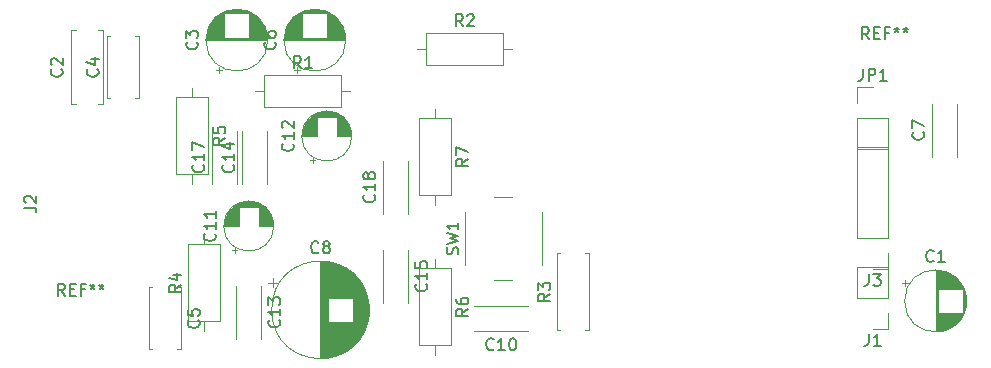
<source format=gbr>
%TF.GenerationSoftware,KiCad,Pcbnew,5.1.6-c6e7f7d~87~ubuntu20.04.1*%
%TF.CreationDate,2021-01-23T09:42:22-03:00*%
%TF.ProjectId,Modulo-completo,4d6f6475-6c6f-42d6-936f-6d706c65746f,rev?*%
%TF.SameCoordinates,Original*%
%TF.FileFunction,Legend,Top*%
%TF.FilePolarity,Positive*%
%FSLAX46Y46*%
G04 Gerber Fmt 4.6, Leading zero omitted, Abs format (unit mm)*
G04 Created by KiCad (PCBNEW 5.1.6-c6e7f7d~87~ubuntu20.04.1) date 2021-01-23 09:42:22*
%MOMM*%
%LPD*%
G01*
G04 APERTURE LIST*
%ADD10C,0.120000*%
%ADD11C,0.150000*%
G04 APERTURE END LIST*
D10*
%TO.C,J1*%
X101914000Y-140910000D02*
X99254000Y-140910000D01*
X101914000Y-143510000D02*
X101914000Y-140910000D01*
X99254000Y-143510000D02*
X99254000Y-140910000D01*
X101914000Y-143510000D02*
X99254000Y-143510000D01*
X101914000Y-144780000D02*
X101914000Y-146110000D01*
X101914000Y-146110000D02*
X100584000Y-146110000D01*
%TO.C,C8*%
X49810302Y-141811000D02*
X49810302Y-142611000D01*
X49410302Y-142211000D02*
X50210302Y-142211000D01*
X57901000Y-143993000D02*
X57901000Y-145059000D01*
X57861000Y-143758000D02*
X57861000Y-145294000D01*
X57821000Y-143578000D02*
X57821000Y-145474000D01*
X57781000Y-143428000D02*
X57781000Y-145624000D01*
X57741000Y-143297000D02*
X57741000Y-145755000D01*
X57701000Y-143180000D02*
X57701000Y-145872000D01*
X57661000Y-143073000D02*
X57661000Y-145979000D01*
X57621000Y-142974000D02*
X57621000Y-146078000D01*
X57581000Y-142881000D02*
X57581000Y-146171000D01*
X57541000Y-142795000D02*
X57541000Y-146257000D01*
X57501000Y-142713000D02*
X57501000Y-146339000D01*
X57461000Y-142636000D02*
X57461000Y-146416000D01*
X57421000Y-142562000D02*
X57421000Y-146490000D01*
X57381000Y-142492000D02*
X57381000Y-146560000D01*
X57341000Y-142424000D02*
X57341000Y-146628000D01*
X57301000Y-142360000D02*
X57301000Y-146692000D01*
X57261000Y-142298000D02*
X57261000Y-146754000D01*
X57221000Y-142239000D02*
X57221000Y-146813000D01*
X57181000Y-142181000D02*
X57181000Y-146871000D01*
X57141000Y-142126000D02*
X57141000Y-146926000D01*
X57101000Y-142072000D02*
X57101000Y-146980000D01*
X57061000Y-142021000D02*
X57061000Y-147031000D01*
X57021000Y-141970000D02*
X57021000Y-147082000D01*
X56981000Y-141922000D02*
X56981000Y-147130000D01*
X56941000Y-141875000D02*
X56941000Y-147177000D01*
X56901000Y-141829000D02*
X56901000Y-147223000D01*
X56861000Y-141785000D02*
X56861000Y-147267000D01*
X56821000Y-141742000D02*
X56821000Y-147310000D01*
X56781000Y-141700000D02*
X56781000Y-147352000D01*
X56741000Y-141659000D02*
X56741000Y-147393000D01*
X56701000Y-141619000D02*
X56701000Y-147433000D01*
X56661000Y-141581000D02*
X56661000Y-147471000D01*
X56621000Y-141543000D02*
X56621000Y-147509000D01*
X56581000Y-145566000D02*
X56581000Y-147545000D01*
X56581000Y-141507000D02*
X56581000Y-143486000D01*
X56541000Y-145566000D02*
X56541000Y-147581000D01*
X56541000Y-141471000D02*
X56541000Y-143486000D01*
X56501000Y-145566000D02*
X56501000Y-147616000D01*
X56501000Y-141436000D02*
X56501000Y-143486000D01*
X56461000Y-145566000D02*
X56461000Y-147650000D01*
X56461000Y-141402000D02*
X56461000Y-143486000D01*
X56421000Y-145566000D02*
X56421000Y-147682000D01*
X56421000Y-141370000D02*
X56421000Y-143486000D01*
X56381000Y-145566000D02*
X56381000Y-147715000D01*
X56381000Y-141337000D02*
X56381000Y-143486000D01*
X56341000Y-145566000D02*
X56341000Y-147746000D01*
X56341000Y-141306000D02*
X56341000Y-143486000D01*
X56301000Y-145566000D02*
X56301000Y-147776000D01*
X56301000Y-141276000D02*
X56301000Y-143486000D01*
X56261000Y-145566000D02*
X56261000Y-147806000D01*
X56261000Y-141246000D02*
X56261000Y-143486000D01*
X56221000Y-145566000D02*
X56221000Y-147835000D01*
X56221000Y-141217000D02*
X56221000Y-143486000D01*
X56181000Y-145566000D02*
X56181000Y-147864000D01*
X56181000Y-141188000D02*
X56181000Y-143486000D01*
X56141000Y-145566000D02*
X56141000Y-147891000D01*
X56141000Y-141161000D02*
X56141000Y-143486000D01*
X56101000Y-145566000D02*
X56101000Y-147918000D01*
X56101000Y-141134000D02*
X56101000Y-143486000D01*
X56061000Y-145566000D02*
X56061000Y-147944000D01*
X56061000Y-141108000D02*
X56061000Y-143486000D01*
X56021000Y-145566000D02*
X56021000Y-147970000D01*
X56021000Y-141082000D02*
X56021000Y-143486000D01*
X55981000Y-145566000D02*
X55981000Y-147995000D01*
X55981000Y-141057000D02*
X55981000Y-143486000D01*
X55941000Y-145566000D02*
X55941000Y-148019000D01*
X55941000Y-141033000D02*
X55941000Y-143486000D01*
X55901000Y-145566000D02*
X55901000Y-148043000D01*
X55901000Y-141009000D02*
X55901000Y-143486000D01*
X55861000Y-145566000D02*
X55861000Y-148066000D01*
X55861000Y-140986000D02*
X55861000Y-143486000D01*
X55821000Y-145566000D02*
X55821000Y-148088000D01*
X55821000Y-140964000D02*
X55821000Y-143486000D01*
X55781000Y-145566000D02*
X55781000Y-148110000D01*
X55781000Y-140942000D02*
X55781000Y-143486000D01*
X55741000Y-145566000D02*
X55741000Y-148132000D01*
X55741000Y-140920000D02*
X55741000Y-143486000D01*
X55701000Y-145566000D02*
X55701000Y-148153000D01*
X55701000Y-140899000D02*
X55701000Y-143486000D01*
X55661000Y-145566000D02*
X55661000Y-148173000D01*
X55661000Y-140879000D02*
X55661000Y-143486000D01*
X55621000Y-145566000D02*
X55621000Y-148192000D01*
X55621000Y-140860000D02*
X55621000Y-143486000D01*
X55581000Y-145566000D02*
X55581000Y-148212000D01*
X55581000Y-140840000D02*
X55581000Y-143486000D01*
X55541000Y-145566000D02*
X55541000Y-148230000D01*
X55541000Y-140822000D02*
X55541000Y-143486000D01*
X55501000Y-145566000D02*
X55501000Y-148248000D01*
X55501000Y-140804000D02*
X55501000Y-143486000D01*
X55461000Y-145566000D02*
X55461000Y-148266000D01*
X55461000Y-140786000D02*
X55461000Y-143486000D01*
X55421000Y-145566000D02*
X55421000Y-148283000D01*
X55421000Y-140769000D02*
X55421000Y-143486000D01*
X55381000Y-145566000D02*
X55381000Y-148300000D01*
X55381000Y-140752000D02*
X55381000Y-143486000D01*
X55341000Y-145566000D02*
X55341000Y-148316000D01*
X55341000Y-140736000D02*
X55341000Y-143486000D01*
X55301000Y-145566000D02*
X55301000Y-148331000D01*
X55301000Y-140721000D02*
X55301000Y-143486000D01*
X55261000Y-145566000D02*
X55261000Y-148347000D01*
X55261000Y-140705000D02*
X55261000Y-143486000D01*
X55221000Y-145566000D02*
X55221000Y-148361000D01*
X55221000Y-140691000D02*
X55221000Y-143486000D01*
X55181000Y-145566000D02*
X55181000Y-148376000D01*
X55181000Y-140676000D02*
X55181000Y-143486000D01*
X55141000Y-145566000D02*
X55141000Y-148389000D01*
X55141000Y-140663000D02*
X55141000Y-143486000D01*
X55101000Y-145566000D02*
X55101000Y-148403000D01*
X55101000Y-140649000D02*
X55101000Y-143486000D01*
X55061000Y-145566000D02*
X55061000Y-148415000D01*
X55061000Y-140637000D02*
X55061000Y-143486000D01*
X55021000Y-145566000D02*
X55021000Y-148428000D01*
X55021000Y-140624000D02*
X55021000Y-143486000D01*
X54981000Y-145566000D02*
X54981000Y-148440000D01*
X54981000Y-140612000D02*
X54981000Y-143486000D01*
X54941000Y-145566000D02*
X54941000Y-148451000D01*
X54941000Y-140601000D02*
X54941000Y-143486000D01*
X54901000Y-145566000D02*
X54901000Y-148462000D01*
X54901000Y-140590000D02*
X54901000Y-143486000D01*
X54861000Y-145566000D02*
X54861000Y-148473000D01*
X54861000Y-140579000D02*
X54861000Y-143486000D01*
X54821000Y-145566000D02*
X54821000Y-148483000D01*
X54821000Y-140569000D02*
X54821000Y-143486000D01*
X54781000Y-145566000D02*
X54781000Y-148493000D01*
X54781000Y-140559000D02*
X54781000Y-143486000D01*
X54741000Y-145566000D02*
X54741000Y-148502000D01*
X54741000Y-140550000D02*
X54741000Y-143486000D01*
X54701000Y-145566000D02*
X54701000Y-148511000D01*
X54701000Y-140541000D02*
X54701000Y-143486000D01*
X54661000Y-145566000D02*
X54661000Y-148520000D01*
X54661000Y-140532000D02*
X54661000Y-143486000D01*
X54621000Y-145566000D02*
X54621000Y-148528000D01*
X54621000Y-140524000D02*
X54621000Y-143486000D01*
X54581000Y-145566000D02*
X54581000Y-148536000D01*
X54581000Y-140516000D02*
X54581000Y-143486000D01*
X54541000Y-145566000D02*
X54541000Y-148543000D01*
X54541000Y-140509000D02*
X54541000Y-143486000D01*
X54500000Y-140502000D02*
X54500000Y-148550000D01*
X54460000Y-140496000D02*
X54460000Y-148556000D01*
X54420000Y-140489000D02*
X54420000Y-148563000D01*
X54380000Y-140484000D02*
X54380000Y-148568000D01*
X54340000Y-140478000D02*
X54340000Y-148574000D01*
X54300000Y-140474000D02*
X54300000Y-148578000D01*
X54260000Y-140469000D02*
X54260000Y-148583000D01*
X54220000Y-140465000D02*
X54220000Y-148587000D01*
X54180000Y-140461000D02*
X54180000Y-148591000D01*
X54140000Y-140458000D02*
X54140000Y-148594000D01*
X54100000Y-140455000D02*
X54100000Y-148597000D01*
X54060000Y-140452000D02*
X54060000Y-148600000D01*
X54020000Y-140450000D02*
X54020000Y-148602000D01*
X53980000Y-140449000D02*
X53980000Y-148603000D01*
X53940000Y-140447000D02*
X53940000Y-148605000D01*
X53900000Y-140446000D02*
X53900000Y-148606000D01*
X53860000Y-140446000D02*
X53860000Y-148606000D01*
X53820000Y-140446000D02*
X53820000Y-148606000D01*
X57940000Y-144526000D02*
G75*
G03*
X57940000Y-144526000I-4120000J0D01*
G01*
%TO.C,C2*%
X34961000Y-120872000D02*
X35406000Y-120872000D01*
X32666000Y-120872000D02*
X33111000Y-120872000D01*
X34961000Y-127112000D02*
X35406000Y-127112000D01*
X32666000Y-127112000D02*
X33111000Y-127112000D01*
X35406000Y-127112000D02*
X35406000Y-120872000D01*
X32666000Y-127112000D02*
X32666000Y-120872000D01*
%TO.C,C1*%
X103343225Y-142039000D02*
X103343225Y-142539000D01*
X103093225Y-142289000D02*
X103593225Y-142289000D01*
X108499000Y-143480000D02*
X108499000Y-144048000D01*
X108459000Y-143246000D02*
X108459000Y-144282000D01*
X108419000Y-143087000D02*
X108419000Y-144441000D01*
X108379000Y-142959000D02*
X108379000Y-144569000D01*
X108339000Y-142849000D02*
X108339000Y-144679000D01*
X108299000Y-142753000D02*
X108299000Y-144775000D01*
X108259000Y-142666000D02*
X108259000Y-144862000D01*
X108219000Y-142586000D02*
X108219000Y-144942000D01*
X108179000Y-144804000D02*
X108179000Y-145015000D01*
X108179000Y-142513000D02*
X108179000Y-142724000D01*
X108139000Y-144804000D02*
X108139000Y-145083000D01*
X108139000Y-142445000D02*
X108139000Y-142724000D01*
X108099000Y-144804000D02*
X108099000Y-145147000D01*
X108099000Y-142381000D02*
X108099000Y-142724000D01*
X108059000Y-144804000D02*
X108059000Y-145207000D01*
X108059000Y-142321000D02*
X108059000Y-142724000D01*
X108019000Y-144804000D02*
X108019000Y-145264000D01*
X108019000Y-142264000D02*
X108019000Y-142724000D01*
X107979000Y-144804000D02*
X107979000Y-145318000D01*
X107979000Y-142210000D02*
X107979000Y-142724000D01*
X107939000Y-144804000D02*
X107939000Y-145369000D01*
X107939000Y-142159000D02*
X107939000Y-142724000D01*
X107899000Y-144804000D02*
X107899000Y-145417000D01*
X107899000Y-142111000D02*
X107899000Y-142724000D01*
X107859000Y-144804000D02*
X107859000Y-145463000D01*
X107859000Y-142065000D02*
X107859000Y-142724000D01*
X107819000Y-144804000D02*
X107819000Y-145507000D01*
X107819000Y-142021000D02*
X107819000Y-142724000D01*
X107779000Y-144804000D02*
X107779000Y-145549000D01*
X107779000Y-141979000D02*
X107779000Y-142724000D01*
X107739000Y-144804000D02*
X107739000Y-145590000D01*
X107739000Y-141938000D02*
X107739000Y-142724000D01*
X107699000Y-144804000D02*
X107699000Y-145628000D01*
X107699000Y-141900000D02*
X107699000Y-142724000D01*
X107659000Y-144804000D02*
X107659000Y-145665000D01*
X107659000Y-141863000D02*
X107659000Y-142724000D01*
X107619000Y-144804000D02*
X107619000Y-145701000D01*
X107619000Y-141827000D02*
X107619000Y-142724000D01*
X107579000Y-144804000D02*
X107579000Y-145735000D01*
X107579000Y-141793000D02*
X107579000Y-142724000D01*
X107539000Y-144804000D02*
X107539000Y-145768000D01*
X107539000Y-141760000D02*
X107539000Y-142724000D01*
X107499000Y-144804000D02*
X107499000Y-145799000D01*
X107499000Y-141729000D02*
X107499000Y-142724000D01*
X107459000Y-144804000D02*
X107459000Y-145829000D01*
X107459000Y-141699000D02*
X107459000Y-142724000D01*
X107419000Y-144804000D02*
X107419000Y-145859000D01*
X107419000Y-141669000D02*
X107419000Y-142724000D01*
X107379000Y-144804000D02*
X107379000Y-145886000D01*
X107379000Y-141642000D02*
X107379000Y-142724000D01*
X107339000Y-144804000D02*
X107339000Y-145913000D01*
X107339000Y-141615000D02*
X107339000Y-142724000D01*
X107299000Y-144804000D02*
X107299000Y-145939000D01*
X107299000Y-141589000D02*
X107299000Y-142724000D01*
X107259000Y-144804000D02*
X107259000Y-145964000D01*
X107259000Y-141564000D02*
X107259000Y-142724000D01*
X107219000Y-144804000D02*
X107219000Y-145988000D01*
X107219000Y-141540000D02*
X107219000Y-142724000D01*
X107179000Y-144804000D02*
X107179000Y-146011000D01*
X107179000Y-141517000D02*
X107179000Y-142724000D01*
X107139000Y-144804000D02*
X107139000Y-146032000D01*
X107139000Y-141496000D02*
X107139000Y-142724000D01*
X107099000Y-144804000D02*
X107099000Y-146054000D01*
X107099000Y-141474000D02*
X107099000Y-142724000D01*
X107059000Y-144804000D02*
X107059000Y-146074000D01*
X107059000Y-141454000D02*
X107059000Y-142724000D01*
X107019000Y-144804000D02*
X107019000Y-146093000D01*
X107019000Y-141435000D02*
X107019000Y-142724000D01*
X106979000Y-144804000D02*
X106979000Y-146112000D01*
X106979000Y-141416000D02*
X106979000Y-142724000D01*
X106939000Y-144804000D02*
X106939000Y-146129000D01*
X106939000Y-141399000D02*
X106939000Y-142724000D01*
X106899000Y-144804000D02*
X106899000Y-146146000D01*
X106899000Y-141382000D02*
X106899000Y-142724000D01*
X106859000Y-144804000D02*
X106859000Y-146162000D01*
X106859000Y-141366000D02*
X106859000Y-142724000D01*
X106819000Y-144804000D02*
X106819000Y-146178000D01*
X106819000Y-141350000D02*
X106819000Y-142724000D01*
X106779000Y-144804000D02*
X106779000Y-146192000D01*
X106779000Y-141336000D02*
X106779000Y-142724000D01*
X106739000Y-144804000D02*
X106739000Y-146206000D01*
X106739000Y-141322000D02*
X106739000Y-142724000D01*
X106699000Y-144804000D02*
X106699000Y-146219000D01*
X106699000Y-141309000D02*
X106699000Y-142724000D01*
X106659000Y-144804000D02*
X106659000Y-146232000D01*
X106659000Y-141296000D02*
X106659000Y-142724000D01*
X106619000Y-144804000D02*
X106619000Y-146244000D01*
X106619000Y-141284000D02*
X106619000Y-142724000D01*
X106578000Y-144804000D02*
X106578000Y-146255000D01*
X106578000Y-141273000D02*
X106578000Y-142724000D01*
X106538000Y-144804000D02*
X106538000Y-146265000D01*
X106538000Y-141263000D02*
X106538000Y-142724000D01*
X106498000Y-144804000D02*
X106498000Y-146275000D01*
X106498000Y-141253000D02*
X106498000Y-142724000D01*
X106458000Y-144804000D02*
X106458000Y-146284000D01*
X106458000Y-141244000D02*
X106458000Y-142724000D01*
X106418000Y-144804000D02*
X106418000Y-146292000D01*
X106418000Y-141236000D02*
X106418000Y-142724000D01*
X106378000Y-144804000D02*
X106378000Y-146300000D01*
X106378000Y-141228000D02*
X106378000Y-142724000D01*
X106338000Y-144804000D02*
X106338000Y-146307000D01*
X106338000Y-141221000D02*
X106338000Y-142724000D01*
X106298000Y-144804000D02*
X106298000Y-146314000D01*
X106298000Y-141214000D02*
X106298000Y-142724000D01*
X106258000Y-144804000D02*
X106258000Y-146320000D01*
X106258000Y-141208000D02*
X106258000Y-142724000D01*
X106218000Y-144804000D02*
X106218000Y-146325000D01*
X106218000Y-141203000D02*
X106218000Y-142724000D01*
X106178000Y-144804000D02*
X106178000Y-146329000D01*
X106178000Y-141199000D02*
X106178000Y-142724000D01*
X106138000Y-144804000D02*
X106138000Y-146333000D01*
X106138000Y-141195000D02*
X106138000Y-142724000D01*
X106098000Y-141191000D02*
X106098000Y-146337000D01*
X106058000Y-141188000D02*
X106058000Y-146340000D01*
X106018000Y-141186000D02*
X106018000Y-146342000D01*
X105978000Y-141185000D02*
X105978000Y-146343000D01*
X105938000Y-141184000D02*
X105938000Y-146344000D01*
X105898000Y-141184000D02*
X105898000Y-146344000D01*
X108518000Y-143764000D02*
G75*
G03*
X108518000Y-143764000I-2620000J0D01*
G01*
%TO.C,J3*%
X101914000Y-130750000D02*
X99254000Y-130750000D01*
X101914000Y-138430000D02*
X101914000Y-130750000D01*
X99254000Y-138430000D02*
X99254000Y-130750000D01*
X101914000Y-138430000D02*
X99254000Y-138430000D01*
X101914000Y-139700000D02*
X101914000Y-141030000D01*
X101914000Y-141030000D02*
X100584000Y-141030000D01*
%TO.C,R7*%
X64870000Y-128302000D02*
X62130000Y-128302000D01*
X62130000Y-128302000D02*
X62130000Y-134842000D01*
X62130000Y-134842000D02*
X64870000Y-134842000D01*
X64870000Y-134842000D02*
X64870000Y-128302000D01*
X63500000Y-127532000D02*
X63500000Y-128302000D01*
X63500000Y-135612000D02*
X63500000Y-134842000D01*
%TO.C,R6*%
X64870000Y-141002000D02*
X62130000Y-141002000D01*
X62130000Y-141002000D02*
X62130000Y-147542000D01*
X62130000Y-147542000D02*
X64870000Y-147542000D01*
X64870000Y-147542000D02*
X64870000Y-141002000D01*
X63500000Y-140232000D02*
X63500000Y-141002000D01*
X63500000Y-148312000D02*
X63500000Y-147542000D01*
%TO.C,R5*%
X44296000Y-126524000D02*
X41556000Y-126524000D01*
X41556000Y-126524000D02*
X41556000Y-133064000D01*
X41556000Y-133064000D02*
X44296000Y-133064000D01*
X44296000Y-133064000D02*
X44296000Y-126524000D01*
X42926000Y-125754000D02*
X42926000Y-126524000D01*
X42926000Y-133834000D02*
X42926000Y-133064000D01*
%TO.C,R4*%
X42572000Y-145510000D02*
X45312000Y-145510000D01*
X45312000Y-145510000D02*
X45312000Y-138970000D01*
X45312000Y-138970000D02*
X42572000Y-138970000D01*
X42572000Y-138970000D02*
X42572000Y-145510000D01*
X43942000Y-146280000D02*
X43942000Y-145510000D01*
X43942000Y-138200000D02*
X43942000Y-138970000D01*
%TO.C,C18*%
X59128000Y-136422000D02*
X59128000Y-131882000D01*
X61268000Y-136422000D02*
X61268000Y-131882000D01*
X59128000Y-136422000D02*
X59143000Y-136422000D01*
X61253000Y-136422000D02*
X61268000Y-136422000D01*
X59128000Y-131882000D02*
X59143000Y-131882000D01*
X61253000Y-131882000D02*
X61268000Y-131882000D01*
%TO.C,C17*%
X44650000Y-133882000D02*
X44650000Y-129342000D01*
X46790000Y-133882000D02*
X46790000Y-129342000D01*
X44650000Y-133882000D02*
X44665000Y-133882000D01*
X46775000Y-133882000D02*
X46790000Y-133882000D01*
X44650000Y-129342000D02*
X44665000Y-129342000D01*
X46775000Y-129342000D02*
X46790000Y-129342000D01*
%TO.C,C15*%
X61268000Y-139422000D02*
X61268000Y-143962000D01*
X59128000Y-139422000D02*
X59128000Y-143962000D01*
X61268000Y-139422000D02*
X61253000Y-139422000D01*
X59143000Y-139422000D02*
X59128000Y-139422000D01*
X61268000Y-143962000D02*
X61253000Y-143962000D01*
X59143000Y-143962000D02*
X59128000Y-143962000D01*
%TO.C,C14*%
X47190000Y-133882000D02*
X47190000Y-129342000D01*
X49330000Y-133882000D02*
X49330000Y-129342000D01*
X47190000Y-133882000D02*
X47205000Y-133882000D01*
X49315000Y-133882000D02*
X49330000Y-133882000D01*
X47190000Y-129342000D02*
X47205000Y-129342000D01*
X49315000Y-129342000D02*
X49330000Y-129342000D01*
%TO.C,C13*%
X48822000Y-142470000D02*
X48822000Y-147010000D01*
X46682000Y-142470000D02*
X46682000Y-147010000D01*
X48822000Y-142470000D02*
X48807000Y-142470000D01*
X46697000Y-142470000D02*
X46682000Y-142470000D01*
X48822000Y-147010000D02*
X48807000Y-147010000D01*
X46697000Y-147010000D02*
X46682000Y-147010000D01*
%TO.C,C12*%
X56476000Y-129806000D02*
G75*
G03*
X56476000Y-129806000I-2120000J0D01*
G01*
X55196000Y-129806000D02*
X56436000Y-129806000D01*
X52276000Y-129806000D02*
X53516000Y-129806000D01*
X55196000Y-129766000D02*
X56436000Y-129766000D01*
X52276000Y-129766000D02*
X53516000Y-129766000D01*
X55196000Y-129726000D02*
X56435000Y-129726000D01*
X52277000Y-129726000D02*
X53516000Y-129726000D01*
X52279000Y-129686000D02*
X53516000Y-129686000D01*
X55196000Y-129686000D02*
X56433000Y-129686000D01*
X52282000Y-129646000D02*
X53516000Y-129646000D01*
X55196000Y-129646000D02*
X56430000Y-129646000D01*
X52285000Y-129606000D02*
X53516000Y-129606000D01*
X55196000Y-129606000D02*
X56427000Y-129606000D01*
X52289000Y-129566000D02*
X53516000Y-129566000D01*
X55196000Y-129566000D02*
X56423000Y-129566000D01*
X52294000Y-129526000D02*
X53516000Y-129526000D01*
X55196000Y-129526000D02*
X56418000Y-129526000D01*
X52300000Y-129486000D02*
X53516000Y-129486000D01*
X55196000Y-129486000D02*
X56412000Y-129486000D01*
X52306000Y-129446000D02*
X53516000Y-129446000D01*
X55196000Y-129446000D02*
X56406000Y-129446000D01*
X52314000Y-129406000D02*
X53516000Y-129406000D01*
X55196000Y-129406000D02*
X56398000Y-129406000D01*
X52322000Y-129366000D02*
X53516000Y-129366000D01*
X55196000Y-129366000D02*
X56390000Y-129366000D01*
X52331000Y-129326000D02*
X53516000Y-129326000D01*
X55196000Y-129326000D02*
X56381000Y-129326000D01*
X52340000Y-129286000D02*
X53516000Y-129286000D01*
X55196000Y-129286000D02*
X56372000Y-129286000D01*
X52351000Y-129246000D02*
X53516000Y-129246000D01*
X55196000Y-129246000D02*
X56361000Y-129246000D01*
X52362000Y-129206000D02*
X53516000Y-129206000D01*
X55196000Y-129206000D02*
X56350000Y-129206000D01*
X52374000Y-129166000D02*
X53516000Y-129166000D01*
X55196000Y-129166000D02*
X56338000Y-129166000D01*
X52388000Y-129126000D02*
X53516000Y-129126000D01*
X55196000Y-129126000D02*
X56324000Y-129126000D01*
X52402000Y-129085000D02*
X53516000Y-129085000D01*
X55196000Y-129085000D02*
X56310000Y-129085000D01*
X52416000Y-129045000D02*
X53516000Y-129045000D01*
X55196000Y-129045000D02*
X56296000Y-129045000D01*
X52432000Y-129005000D02*
X53516000Y-129005000D01*
X55196000Y-129005000D02*
X56280000Y-129005000D01*
X52449000Y-128965000D02*
X53516000Y-128965000D01*
X55196000Y-128965000D02*
X56263000Y-128965000D01*
X52467000Y-128925000D02*
X53516000Y-128925000D01*
X55196000Y-128925000D02*
X56245000Y-128925000D01*
X52486000Y-128885000D02*
X53516000Y-128885000D01*
X55196000Y-128885000D02*
X56226000Y-128885000D01*
X52505000Y-128845000D02*
X53516000Y-128845000D01*
X55196000Y-128845000D02*
X56207000Y-128845000D01*
X52526000Y-128805000D02*
X53516000Y-128805000D01*
X55196000Y-128805000D02*
X56186000Y-128805000D01*
X52548000Y-128765000D02*
X53516000Y-128765000D01*
X55196000Y-128765000D02*
X56164000Y-128765000D01*
X52571000Y-128725000D02*
X53516000Y-128725000D01*
X55196000Y-128725000D02*
X56141000Y-128725000D01*
X52596000Y-128685000D02*
X53516000Y-128685000D01*
X55196000Y-128685000D02*
X56116000Y-128685000D01*
X52621000Y-128645000D02*
X53516000Y-128645000D01*
X55196000Y-128645000D02*
X56091000Y-128645000D01*
X52648000Y-128605000D02*
X53516000Y-128605000D01*
X55196000Y-128605000D02*
X56064000Y-128605000D01*
X52676000Y-128565000D02*
X53516000Y-128565000D01*
X55196000Y-128565000D02*
X56036000Y-128565000D01*
X52706000Y-128525000D02*
X53516000Y-128525000D01*
X55196000Y-128525000D02*
X56006000Y-128525000D01*
X52737000Y-128485000D02*
X53516000Y-128485000D01*
X55196000Y-128485000D02*
X55975000Y-128485000D01*
X52769000Y-128445000D02*
X53516000Y-128445000D01*
X55196000Y-128445000D02*
X55943000Y-128445000D01*
X52804000Y-128405000D02*
X53516000Y-128405000D01*
X55196000Y-128405000D02*
X55908000Y-128405000D01*
X52840000Y-128365000D02*
X53516000Y-128365000D01*
X55196000Y-128365000D02*
X55872000Y-128365000D01*
X52878000Y-128325000D02*
X53516000Y-128325000D01*
X55196000Y-128325000D02*
X55834000Y-128325000D01*
X52918000Y-128285000D02*
X53516000Y-128285000D01*
X55196000Y-128285000D02*
X55794000Y-128285000D01*
X52960000Y-128245000D02*
X53516000Y-128245000D01*
X55196000Y-128245000D02*
X55752000Y-128245000D01*
X53005000Y-128205000D02*
X55707000Y-128205000D01*
X53052000Y-128165000D02*
X55660000Y-128165000D01*
X53102000Y-128125000D02*
X55610000Y-128125000D01*
X53156000Y-128085000D02*
X55556000Y-128085000D01*
X53214000Y-128045000D02*
X55498000Y-128045000D01*
X53276000Y-128005000D02*
X55436000Y-128005000D01*
X53343000Y-127965000D02*
X55369000Y-127965000D01*
X53416000Y-127925000D02*
X55296000Y-127925000D01*
X53497000Y-127885000D02*
X55215000Y-127885000D01*
X53588000Y-127845000D02*
X55124000Y-127845000D01*
X53692000Y-127805000D02*
X55020000Y-127805000D01*
X53819000Y-127765000D02*
X54893000Y-127765000D01*
X53986000Y-127725000D02*
X54726000Y-127725000D01*
X53161000Y-132075801D02*
X53161000Y-131675801D01*
X52961000Y-131875801D02*
X53361000Y-131875801D01*
%TO.C,C11*%
X49872000Y-137426000D02*
G75*
G03*
X49872000Y-137426000I-2120000J0D01*
G01*
X48592000Y-137426000D02*
X49832000Y-137426000D01*
X45672000Y-137426000D02*
X46912000Y-137426000D01*
X48592000Y-137386000D02*
X49832000Y-137386000D01*
X45672000Y-137386000D02*
X46912000Y-137386000D01*
X48592000Y-137346000D02*
X49831000Y-137346000D01*
X45673000Y-137346000D02*
X46912000Y-137346000D01*
X45675000Y-137306000D02*
X46912000Y-137306000D01*
X48592000Y-137306000D02*
X49829000Y-137306000D01*
X45678000Y-137266000D02*
X46912000Y-137266000D01*
X48592000Y-137266000D02*
X49826000Y-137266000D01*
X45681000Y-137226000D02*
X46912000Y-137226000D01*
X48592000Y-137226000D02*
X49823000Y-137226000D01*
X45685000Y-137186000D02*
X46912000Y-137186000D01*
X48592000Y-137186000D02*
X49819000Y-137186000D01*
X45690000Y-137146000D02*
X46912000Y-137146000D01*
X48592000Y-137146000D02*
X49814000Y-137146000D01*
X45696000Y-137106000D02*
X46912000Y-137106000D01*
X48592000Y-137106000D02*
X49808000Y-137106000D01*
X45702000Y-137066000D02*
X46912000Y-137066000D01*
X48592000Y-137066000D02*
X49802000Y-137066000D01*
X45710000Y-137026000D02*
X46912000Y-137026000D01*
X48592000Y-137026000D02*
X49794000Y-137026000D01*
X45718000Y-136986000D02*
X46912000Y-136986000D01*
X48592000Y-136986000D02*
X49786000Y-136986000D01*
X45727000Y-136946000D02*
X46912000Y-136946000D01*
X48592000Y-136946000D02*
X49777000Y-136946000D01*
X45736000Y-136906000D02*
X46912000Y-136906000D01*
X48592000Y-136906000D02*
X49768000Y-136906000D01*
X45747000Y-136866000D02*
X46912000Y-136866000D01*
X48592000Y-136866000D02*
X49757000Y-136866000D01*
X45758000Y-136826000D02*
X46912000Y-136826000D01*
X48592000Y-136826000D02*
X49746000Y-136826000D01*
X45770000Y-136786000D02*
X46912000Y-136786000D01*
X48592000Y-136786000D02*
X49734000Y-136786000D01*
X45784000Y-136746000D02*
X46912000Y-136746000D01*
X48592000Y-136746000D02*
X49720000Y-136746000D01*
X45798000Y-136705000D02*
X46912000Y-136705000D01*
X48592000Y-136705000D02*
X49706000Y-136705000D01*
X45812000Y-136665000D02*
X46912000Y-136665000D01*
X48592000Y-136665000D02*
X49692000Y-136665000D01*
X45828000Y-136625000D02*
X46912000Y-136625000D01*
X48592000Y-136625000D02*
X49676000Y-136625000D01*
X45845000Y-136585000D02*
X46912000Y-136585000D01*
X48592000Y-136585000D02*
X49659000Y-136585000D01*
X45863000Y-136545000D02*
X46912000Y-136545000D01*
X48592000Y-136545000D02*
X49641000Y-136545000D01*
X45882000Y-136505000D02*
X46912000Y-136505000D01*
X48592000Y-136505000D02*
X49622000Y-136505000D01*
X45901000Y-136465000D02*
X46912000Y-136465000D01*
X48592000Y-136465000D02*
X49603000Y-136465000D01*
X45922000Y-136425000D02*
X46912000Y-136425000D01*
X48592000Y-136425000D02*
X49582000Y-136425000D01*
X45944000Y-136385000D02*
X46912000Y-136385000D01*
X48592000Y-136385000D02*
X49560000Y-136385000D01*
X45967000Y-136345000D02*
X46912000Y-136345000D01*
X48592000Y-136345000D02*
X49537000Y-136345000D01*
X45992000Y-136305000D02*
X46912000Y-136305000D01*
X48592000Y-136305000D02*
X49512000Y-136305000D01*
X46017000Y-136265000D02*
X46912000Y-136265000D01*
X48592000Y-136265000D02*
X49487000Y-136265000D01*
X46044000Y-136225000D02*
X46912000Y-136225000D01*
X48592000Y-136225000D02*
X49460000Y-136225000D01*
X46072000Y-136185000D02*
X46912000Y-136185000D01*
X48592000Y-136185000D02*
X49432000Y-136185000D01*
X46102000Y-136145000D02*
X46912000Y-136145000D01*
X48592000Y-136145000D02*
X49402000Y-136145000D01*
X46133000Y-136105000D02*
X46912000Y-136105000D01*
X48592000Y-136105000D02*
X49371000Y-136105000D01*
X46165000Y-136065000D02*
X46912000Y-136065000D01*
X48592000Y-136065000D02*
X49339000Y-136065000D01*
X46200000Y-136025000D02*
X46912000Y-136025000D01*
X48592000Y-136025000D02*
X49304000Y-136025000D01*
X46236000Y-135985000D02*
X46912000Y-135985000D01*
X48592000Y-135985000D02*
X49268000Y-135985000D01*
X46274000Y-135945000D02*
X46912000Y-135945000D01*
X48592000Y-135945000D02*
X49230000Y-135945000D01*
X46314000Y-135905000D02*
X46912000Y-135905000D01*
X48592000Y-135905000D02*
X49190000Y-135905000D01*
X46356000Y-135865000D02*
X46912000Y-135865000D01*
X48592000Y-135865000D02*
X49148000Y-135865000D01*
X46401000Y-135825000D02*
X49103000Y-135825000D01*
X46448000Y-135785000D02*
X49056000Y-135785000D01*
X46498000Y-135745000D02*
X49006000Y-135745000D01*
X46552000Y-135705000D02*
X48952000Y-135705000D01*
X46610000Y-135665000D02*
X48894000Y-135665000D01*
X46672000Y-135625000D02*
X48832000Y-135625000D01*
X46739000Y-135585000D02*
X48765000Y-135585000D01*
X46812000Y-135545000D02*
X48692000Y-135545000D01*
X46893000Y-135505000D02*
X48611000Y-135505000D01*
X46984000Y-135465000D02*
X48520000Y-135465000D01*
X47088000Y-135425000D02*
X48416000Y-135425000D01*
X47215000Y-135385000D02*
X48289000Y-135385000D01*
X47382000Y-135345000D02*
X48122000Y-135345000D01*
X46557000Y-139695801D02*
X46557000Y-139295801D01*
X46357000Y-139495801D02*
X46757000Y-139495801D01*
%TO.C,SW1*%
X70056000Y-134982000D02*
X68556000Y-134982000D01*
X66056000Y-136232000D02*
X66056000Y-140732000D01*
X68556000Y-141982000D02*
X70056000Y-141982000D01*
X72556000Y-140732000D02*
X72556000Y-136232000D01*
%TO.C,R3*%
X76554000Y-139732000D02*
X76224000Y-139732000D01*
X76554000Y-146272000D02*
X76554000Y-139732000D01*
X76224000Y-146272000D02*
X76554000Y-146272000D01*
X73814000Y-139732000D02*
X74144000Y-139732000D01*
X73814000Y-146272000D02*
X73814000Y-139732000D01*
X74144000Y-146272000D02*
X73814000Y-146272000D01*
%TO.C,R2*%
X70080000Y-122428000D02*
X69310000Y-122428000D01*
X62000000Y-122428000D02*
X62770000Y-122428000D01*
X69310000Y-121058000D02*
X62770000Y-121058000D01*
X69310000Y-123798000D02*
X69310000Y-121058000D01*
X62770000Y-123798000D02*
X69310000Y-123798000D01*
X62770000Y-121058000D02*
X62770000Y-123798000D01*
%TO.C,R1*%
X56364000Y-125984000D02*
X55594000Y-125984000D01*
X48284000Y-125984000D02*
X49054000Y-125984000D01*
X55594000Y-124614000D02*
X49054000Y-124614000D01*
X55594000Y-127354000D02*
X55594000Y-124614000D01*
X49054000Y-127354000D02*
X55594000Y-127354000D01*
X49054000Y-124614000D02*
X49054000Y-127354000D01*
%TO.C,JP1*%
X99254000Y-125670000D02*
X100584000Y-125670000D01*
X99254000Y-127000000D02*
X99254000Y-125670000D01*
X99254000Y-128270000D02*
X101914000Y-128270000D01*
X101914000Y-128270000D02*
X101914000Y-130870000D01*
X99254000Y-128270000D02*
X99254000Y-130870000D01*
X99254000Y-130870000D02*
X101914000Y-130870000D01*
%TO.C,C10*%
X66858000Y-144233000D02*
X66858000Y-144218000D01*
X66858000Y-146358000D02*
X66858000Y-146343000D01*
X71398000Y-144233000D02*
X71398000Y-144218000D01*
X71398000Y-146358000D02*
X71398000Y-146343000D01*
X71398000Y-144218000D02*
X66858000Y-144218000D01*
X71398000Y-146358000D02*
X66858000Y-146358000D01*
%TO.C,C7*%
X107735000Y-127056000D02*
X107750000Y-127056000D01*
X105610000Y-127056000D02*
X105625000Y-127056000D01*
X107735000Y-131596000D02*
X107750000Y-131596000D01*
X105610000Y-131596000D02*
X105625000Y-131596000D01*
X107750000Y-131596000D02*
X107750000Y-127056000D01*
X105610000Y-131596000D02*
X105610000Y-127056000D01*
%TO.C,C6*%
X51615000Y-124240775D02*
X52115000Y-124240775D01*
X51865000Y-124490775D02*
X51865000Y-123990775D01*
X53056000Y-119085000D02*
X53624000Y-119085000D01*
X52822000Y-119125000D02*
X53858000Y-119125000D01*
X52663000Y-119165000D02*
X54017000Y-119165000D01*
X52535000Y-119205000D02*
X54145000Y-119205000D01*
X52425000Y-119245000D02*
X54255000Y-119245000D01*
X52329000Y-119285000D02*
X54351000Y-119285000D01*
X52242000Y-119325000D02*
X54438000Y-119325000D01*
X52162000Y-119365000D02*
X54518000Y-119365000D01*
X54380000Y-119405000D02*
X54591000Y-119405000D01*
X52089000Y-119405000D02*
X52300000Y-119405000D01*
X54380000Y-119445000D02*
X54659000Y-119445000D01*
X52021000Y-119445000D02*
X52300000Y-119445000D01*
X54380000Y-119485000D02*
X54723000Y-119485000D01*
X51957000Y-119485000D02*
X52300000Y-119485000D01*
X54380000Y-119525000D02*
X54783000Y-119525000D01*
X51897000Y-119525000D02*
X52300000Y-119525000D01*
X54380000Y-119565000D02*
X54840000Y-119565000D01*
X51840000Y-119565000D02*
X52300000Y-119565000D01*
X54380000Y-119605000D02*
X54894000Y-119605000D01*
X51786000Y-119605000D02*
X52300000Y-119605000D01*
X54380000Y-119645000D02*
X54945000Y-119645000D01*
X51735000Y-119645000D02*
X52300000Y-119645000D01*
X54380000Y-119685000D02*
X54993000Y-119685000D01*
X51687000Y-119685000D02*
X52300000Y-119685000D01*
X54380000Y-119725000D02*
X55039000Y-119725000D01*
X51641000Y-119725000D02*
X52300000Y-119725000D01*
X54380000Y-119765000D02*
X55083000Y-119765000D01*
X51597000Y-119765000D02*
X52300000Y-119765000D01*
X54380000Y-119805000D02*
X55125000Y-119805000D01*
X51555000Y-119805000D02*
X52300000Y-119805000D01*
X54380000Y-119845000D02*
X55166000Y-119845000D01*
X51514000Y-119845000D02*
X52300000Y-119845000D01*
X54380000Y-119885000D02*
X55204000Y-119885000D01*
X51476000Y-119885000D02*
X52300000Y-119885000D01*
X54380000Y-119925000D02*
X55241000Y-119925000D01*
X51439000Y-119925000D02*
X52300000Y-119925000D01*
X54380000Y-119965000D02*
X55277000Y-119965000D01*
X51403000Y-119965000D02*
X52300000Y-119965000D01*
X54380000Y-120005000D02*
X55311000Y-120005000D01*
X51369000Y-120005000D02*
X52300000Y-120005000D01*
X54380000Y-120045000D02*
X55344000Y-120045000D01*
X51336000Y-120045000D02*
X52300000Y-120045000D01*
X54380000Y-120085000D02*
X55375000Y-120085000D01*
X51305000Y-120085000D02*
X52300000Y-120085000D01*
X54380000Y-120125000D02*
X55405000Y-120125000D01*
X51275000Y-120125000D02*
X52300000Y-120125000D01*
X54380000Y-120165000D02*
X55435000Y-120165000D01*
X51245000Y-120165000D02*
X52300000Y-120165000D01*
X54380000Y-120205000D02*
X55462000Y-120205000D01*
X51218000Y-120205000D02*
X52300000Y-120205000D01*
X54380000Y-120245000D02*
X55489000Y-120245000D01*
X51191000Y-120245000D02*
X52300000Y-120245000D01*
X54380000Y-120285000D02*
X55515000Y-120285000D01*
X51165000Y-120285000D02*
X52300000Y-120285000D01*
X54380000Y-120325000D02*
X55540000Y-120325000D01*
X51140000Y-120325000D02*
X52300000Y-120325000D01*
X54380000Y-120365000D02*
X55564000Y-120365000D01*
X51116000Y-120365000D02*
X52300000Y-120365000D01*
X54380000Y-120405000D02*
X55587000Y-120405000D01*
X51093000Y-120405000D02*
X52300000Y-120405000D01*
X54380000Y-120445000D02*
X55608000Y-120445000D01*
X51072000Y-120445000D02*
X52300000Y-120445000D01*
X54380000Y-120485000D02*
X55630000Y-120485000D01*
X51050000Y-120485000D02*
X52300000Y-120485000D01*
X54380000Y-120525000D02*
X55650000Y-120525000D01*
X51030000Y-120525000D02*
X52300000Y-120525000D01*
X54380000Y-120565000D02*
X55669000Y-120565000D01*
X51011000Y-120565000D02*
X52300000Y-120565000D01*
X54380000Y-120605000D02*
X55688000Y-120605000D01*
X50992000Y-120605000D02*
X52300000Y-120605000D01*
X54380000Y-120645000D02*
X55705000Y-120645000D01*
X50975000Y-120645000D02*
X52300000Y-120645000D01*
X54380000Y-120685000D02*
X55722000Y-120685000D01*
X50958000Y-120685000D02*
X52300000Y-120685000D01*
X54380000Y-120725000D02*
X55738000Y-120725000D01*
X50942000Y-120725000D02*
X52300000Y-120725000D01*
X54380000Y-120765000D02*
X55754000Y-120765000D01*
X50926000Y-120765000D02*
X52300000Y-120765000D01*
X54380000Y-120805000D02*
X55768000Y-120805000D01*
X50912000Y-120805000D02*
X52300000Y-120805000D01*
X54380000Y-120845000D02*
X55782000Y-120845000D01*
X50898000Y-120845000D02*
X52300000Y-120845000D01*
X54380000Y-120885000D02*
X55795000Y-120885000D01*
X50885000Y-120885000D02*
X52300000Y-120885000D01*
X54380000Y-120925000D02*
X55808000Y-120925000D01*
X50872000Y-120925000D02*
X52300000Y-120925000D01*
X54380000Y-120965000D02*
X55820000Y-120965000D01*
X50860000Y-120965000D02*
X52300000Y-120965000D01*
X54380000Y-121006000D02*
X55831000Y-121006000D01*
X50849000Y-121006000D02*
X52300000Y-121006000D01*
X54380000Y-121046000D02*
X55841000Y-121046000D01*
X50839000Y-121046000D02*
X52300000Y-121046000D01*
X54380000Y-121086000D02*
X55851000Y-121086000D01*
X50829000Y-121086000D02*
X52300000Y-121086000D01*
X54380000Y-121126000D02*
X55860000Y-121126000D01*
X50820000Y-121126000D02*
X52300000Y-121126000D01*
X54380000Y-121166000D02*
X55868000Y-121166000D01*
X50812000Y-121166000D02*
X52300000Y-121166000D01*
X54380000Y-121206000D02*
X55876000Y-121206000D01*
X50804000Y-121206000D02*
X52300000Y-121206000D01*
X54380000Y-121246000D02*
X55883000Y-121246000D01*
X50797000Y-121246000D02*
X52300000Y-121246000D01*
X54380000Y-121286000D02*
X55890000Y-121286000D01*
X50790000Y-121286000D02*
X52300000Y-121286000D01*
X54380000Y-121326000D02*
X55896000Y-121326000D01*
X50784000Y-121326000D02*
X52300000Y-121326000D01*
X54380000Y-121366000D02*
X55901000Y-121366000D01*
X50779000Y-121366000D02*
X52300000Y-121366000D01*
X54380000Y-121406000D02*
X55905000Y-121406000D01*
X50775000Y-121406000D02*
X52300000Y-121406000D01*
X54380000Y-121446000D02*
X55909000Y-121446000D01*
X50771000Y-121446000D02*
X52300000Y-121446000D01*
X50767000Y-121486000D02*
X55913000Y-121486000D01*
X50764000Y-121526000D02*
X55916000Y-121526000D01*
X50762000Y-121566000D02*
X55918000Y-121566000D01*
X50761000Y-121606000D02*
X55919000Y-121606000D01*
X50760000Y-121646000D02*
X55920000Y-121646000D01*
X50760000Y-121686000D02*
X55920000Y-121686000D01*
X55960000Y-121686000D02*
G75*
G03*
X55960000Y-121686000I-2620000J0D01*
G01*
%TO.C,C5*%
X39585000Y-147868000D02*
X39270000Y-147868000D01*
X42010000Y-147868000D02*
X41695000Y-147868000D01*
X39585000Y-142628000D02*
X39270000Y-142628000D01*
X42010000Y-142628000D02*
X41695000Y-142628000D01*
X39270000Y-142628000D02*
X39270000Y-147868000D01*
X42010000Y-142628000D02*
X42010000Y-147868000D01*
%TO.C,C4*%
X38139000Y-121372000D02*
X38454000Y-121372000D01*
X35714000Y-121372000D02*
X36029000Y-121372000D01*
X38139000Y-126612000D02*
X38454000Y-126612000D01*
X35714000Y-126612000D02*
X36029000Y-126612000D01*
X38454000Y-126612000D02*
X38454000Y-121372000D01*
X35714000Y-126612000D02*
X35714000Y-121372000D01*
%TO.C,C3*%
X45011000Y-124240775D02*
X45511000Y-124240775D01*
X45261000Y-124490775D02*
X45261000Y-123990775D01*
X46452000Y-119085000D02*
X47020000Y-119085000D01*
X46218000Y-119125000D02*
X47254000Y-119125000D01*
X46059000Y-119165000D02*
X47413000Y-119165000D01*
X45931000Y-119205000D02*
X47541000Y-119205000D01*
X45821000Y-119245000D02*
X47651000Y-119245000D01*
X45725000Y-119285000D02*
X47747000Y-119285000D01*
X45638000Y-119325000D02*
X47834000Y-119325000D01*
X45558000Y-119365000D02*
X47914000Y-119365000D01*
X47776000Y-119405000D02*
X47987000Y-119405000D01*
X45485000Y-119405000D02*
X45696000Y-119405000D01*
X47776000Y-119445000D02*
X48055000Y-119445000D01*
X45417000Y-119445000D02*
X45696000Y-119445000D01*
X47776000Y-119485000D02*
X48119000Y-119485000D01*
X45353000Y-119485000D02*
X45696000Y-119485000D01*
X47776000Y-119525000D02*
X48179000Y-119525000D01*
X45293000Y-119525000D02*
X45696000Y-119525000D01*
X47776000Y-119565000D02*
X48236000Y-119565000D01*
X45236000Y-119565000D02*
X45696000Y-119565000D01*
X47776000Y-119605000D02*
X48290000Y-119605000D01*
X45182000Y-119605000D02*
X45696000Y-119605000D01*
X47776000Y-119645000D02*
X48341000Y-119645000D01*
X45131000Y-119645000D02*
X45696000Y-119645000D01*
X47776000Y-119685000D02*
X48389000Y-119685000D01*
X45083000Y-119685000D02*
X45696000Y-119685000D01*
X47776000Y-119725000D02*
X48435000Y-119725000D01*
X45037000Y-119725000D02*
X45696000Y-119725000D01*
X47776000Y-119765000D02*
X48479000Y-119765000D01*
X44993000Y-119765000D02*
X45696000Y-119765000D01*
X47776000Y-119805000D02*
X48521000Y-119805000D01*
X44951000Y-119805000D02*
X45696000Y-119805000D01*
X47776000Y-119845000D02*
X48562000Y-119845000D01*
X44910000Y-119845000D02*
X45696000Y-119845000D01*
X47776000Y-119885000D02*
X48600000Y-119885000D01*
X44872000Y-119885000D02*
X45696000Y-119885000D01*
X47776000Y-119925000D02*
X48637000Y-119925000D01*
X44835000Y-119925000D02*
X45696000Y-119925000D01*
X47776000Y-119965000D02*
X48673000Y-119965000D01*
X44799000Y-119965000D02*
X45696000Y-119965000D01*
X47776000Y-120005000D02*
X48707000Y-120005000D01*
X44765000Y-120005000D02*
X45696000Y-120005000D01*
X47776000Y-120045000D02*
X48740000Y-120045000D01*
X44732000Y-120045000D02*
X45696000Y-120045000D01*
X47776000Y-120085000D02*
X48771000Y-120085000D01*
X44701000Y-120085000D02*
X45696000Y-120085000D01*
X47776000Y-120125000D02*
X48801000Y-120125000D01*
X44671000Y-120125000D02*
X45696000Y-120125000D01*
X47776000Y-120165000D02*
X48831000Y-120165000D01*
X44641000Y-120165000D02*
X45696000Y-120165000D01*
X47776000Y-120205000D02*
X48858000Y-120205000D01*
X44614000Y-120205000D02*
X45696000Y-120205000D01*
X47776000Y-120245000D02*
X48885000Y-120245000D01*
X44587000Y-120245000D02*
X45696000Y-120245000D01*
X47776000Y-120285000D02*
X48911000Y-120285000D01*
X44561000Y-120285000D02*
X45696000Y-120285000D01*
X47776000Y-120325000D02*
X48936000Y-120325000D01*
X44536000Y-120325000D02*
X45696000Y-120325000D01*
X47776000Y-120365000D02*
X48960000Y-120365000D01*
X44512000Y-120365000D02*
X45696000Y-120365000D01*
X47776000Y-120405000D02*
X48983000Y-120405000D01*
X44489000Y-120405000D02*
X45696000Y-120405000D01*
X47776000Y-120445000D02*
X49004000Y-120445000D01*
X44468000Y-120445000D02*
X45696000Y-120445000D01*
X47776000Y-120485000D02*
X49026000Y-120485000D01*
X44446000Y-120485000D02*
X45696000Y-120485000D01*
X47776000Y-120525000D02*
X49046000Y-120525000D01*
X44426000Y-120525000D02*
X45696000Y-120525000D01*
X47776000Y-120565000D02*
X49065000Y-120565000D01*
X44407000Y-120565000D02*
X45696000Y-120565000D01*
X47776000Y-120605000D02*
X49084000Y-120605000D01*
X44388000Y-120605000D02*
X45696000Y-120605000D01*
X47776000Y-120645000D02*
X49101000Y-120645000D01*
X44371000Y-120645000D02*
X45696000Y-120645000D01*
X47776000Y-120685000D02*
X49118000Y-120685000D01*
X44354000Y-120685000D02*
X45696000Y-120685000D01*
X47776000Y-120725000D02*
X49134000Y-120725000D01*
X44338000Y-120725000D02*
X45696000Y-120725000D01*
X47776000Y-120765000D02*
X49150000Y-120765000D01*
X44322000Y-120765000D02*
X45696000Y-120765000D01*
X47776000Y-120805000D02*
X49164000Y-120805000D01*
X44308000Y-120805000D02*
X45696000Y-120805000D01*
X47776000Y-120845000D02*
X49178000Y-120845000D01*
X44294000Y-120845000D02*
X45696000Y-120845000D01*
X47776000Y-120885000D02*
X49191000Y-120885000D01*
X44281000Y-120885000D02*
X45696000Y-120885000D01*
X47776000Y-120925000D02*
X49204000Y-120925000D01*
X44268000Y-120925000D02*
X45696000Y-120925000D01*
X47776000Y-120965000D02*
X49216000Y-120965000D01*
X44256000Y-120965000D02*
X45696000Y-120965000D01*
X47776000Y-121006000D02*
X49227000Y-121006000D01*
X44245000Y-121006000D02*
X45696000Y-121006000D01*
X47776000Y-121046000D02*
X49237000Y-121046000D01*
X44235000Y-121046000D02*
X45696000Y-121046000D01*
X47776000Y-121086000D02*
X49247000Y-121086000D01*
X44225000Y-121086000D02*
X45696000Y-121086000D01*
X47776000Y-121126000D02*
X49256000Y-121126000D01*
X44216000Y-121126000D02*
X45696000Y-121126000D01*
X47776000Y-121166000D02*
X49264000Y-121166000D01*
X44208000Y-121166000D02*
X45696000Y-121166000D01*
X47776000Y-121206000D02*
X49272000Y-121206000D01*
X44200000Y-121206000D02*
X45696000Y-121206000D01*
X47776000Y-121246000D02*
X49279000Y-121246000D01*
X44193000Y-121246000D02*
X45696000Y-121246000D01*
X47776000Y-121286000D02*
X49286000Y-121286000D01*
X44186000Y-121286000D02*
X45696000Y-121286000D01*
X47776000Y-121326000D02*
X49292000Y-121326000D01*
X44180000Y-121326000D02*
X45696000Y-121326000D01*
X47776000Y-121366000D02*
X49297000Y-121366000D01*
X44175000Y-121366000D02*
X45696000Y-121366000D01*
X47776000Y-121406000D02*
X49301000Y-121406000D01*
X44171000Y-121406000D02*
X45696000Y-121406000D01*
X47776000Y-121446000D02*
X49305000Y-121446000D01*
X44167000Y-121446000D02*
X45696000Y-121446000D01*
X44163000Y-121486000D02*
X49309000Y-121486000D01*
X44160000Y-121526000D02*
X49312000Y-121526000D01*
X44158000Y-121566000D02*
X49314000Y-121566000D01*
X44157000Y-121606000D02*
X49315000Y-121606000D01*
X44156000Y-121646000D02*
X49316000Y-121646000D01*
X44156000Y-121686000D02*
X49316000Y-121686000D01*
X49356000Y-121686000D02*
G75*
G03*
X49356000Y-121686000I-2620000J0D01*
G01*
%TO.C,J1*%
D11*
X100250666Y-146562380D02*
X100250666Y-147276666D01*
X100203047Y-147419523D01*
X100107809Y-147514761D01*
X99964952Y-147562380D01*
X99869714Y-147562380D01*
X101250666Y-147562380D02*
X100679238Y-147562380D01*
X100964952Y-147562380D02*
X100964952Y-146562380D01*
X100869714Y-146705238D01*
X100774476Y-146800476D01*
X100679238Y-146848095D01*
%TO.C,REF\u002A\u002A*%
X100266666Y-121610380D02*
X99933333Y-121134190D01*
X99695238Y-121610380D02*
X99695238Y-120610380D01*
X100076190Y-120610380D01*
X100171428Y-120658000D01*
X100219047Y-120705619D01*
X100266666Y-120800857D01*
X100266666Y-120943714D01*
X100219047Y-121038952D01*
X100171428Y-121086571D01*
X100076190Y-121134190D01*
X99695238Y-121134190D01*
X100695238Y-121086571D02*
X101028571Y-121086571D01*
X101171428Y-121610380D02*
X100695238Y-121610380D01*
X100695238Y-120610380D01*
X101171428Y-120610380D01*
X101933333Y-121086571D02*
X101600000Y-121086571D01*
X101600000Y-121610380D02*
X101600000Y-120610380D01*
X102076190Y-120610380D01*
X102600000Y-120610380D02*
X102600000Y-120848476D01*
X102361904Y-120753238D02*
X102600000Y-120848476D01*
X102838095Y-120753238D01*
X102457142Y-121038952D02*
X102600000Y-120848476D01*
X102742857Y-121038952D01*
X103361904Y-120610380D02*
X103361904Y-120848476D01*
X103123809Y-120753238D02*
X103361904Y-120848476D01*
X103600000Y-120753238D01*
X103219047Y-121038952D02*
X103361904Y-120848476D01*
X103504761Y-121038952D01*
X32194666Y-143318380D02*
X31861333Y-142842190D01*
X31623238Y-143318380D02*
X31623238Y-142318380D01*
X32004190Y-142318380D01*
X32099428Y-142366000D01*
X32147047Y-142413619D01*
X32194666Y-142508857D01*
X32194666Y-142651714D01*
X32147047Y-142746952D01*
X32099428Y-142794571D01*
X32004190Y-142842190D01*
X31623238Y-142842190D01*
X32623238Y-142794571D02*
X32956571Y-142794571D01*
X33099428Y-143318380D02*
X32623238Y-143318380D01*
X32623238Y-142318380D01*
X33099428Y-142318380D01*
X33861333Y-142794571D02*
X33528000Y-142794571D01*
X33528000Y-143318380D02*
X33528000Y-142318380D01*
X34004190Y-142318380D01*
X34528000Y-142318380D02*
X34528000Y-142556476D01*
X34289904Y-142461238D02*
X34528000Y-142556476D01*
X34766095Y-142461238D01*
X34385142Y-142746952D02*
X34528000Y-142556476D01*
X34670857Y-142746952D01*
X35289904Y-142318380D02*
X35289904Y-142556476D01*
X35051809Y-142461238D02*
X35289904Y-142556476D01*
X35528000Y-142461238D01*
X35147047Y-142746952D02*
X35289904Y-142556476D01*
X35432761Y-142746952D01*
%TO.C,C8*%
X53653333Y-139633142D02*
X53605714Y-139680761D01*
X53462857Y-139728380D01*
X53367619Y-139728380D01*
X53224761Y-139680761D01*
X53129523Y-139585523D01*
X53081904Y-139490285D01*
X53034285Y-139299809D01*
X53034285Y-139156952D01*
X53081904Y-138966476D01*
X53129523Y-138871238D01*
X53224761Y-138776000D01*
X53367619Y-138728380D01*
X53462857Y-138728380D01*
X53605714Y-138776000D01*
X53653333Y-138823619D01*
X54224761Y-139156952D02*
X54129523Y-139109333D01*
X54081904Y-139061714D01*
X54034285Y-138966476D01*
X54034285Y-138918857D01*
X54081904Y-138823619D01*
X54129523Y-138776000D01*
X54224761Y-138728380D01*
X54415238Y-138728380D01*
X54510476Y-138776000D01*
X54558095Y-138823619D01*
X54605714Y-138918857D01*
X54605714Y-138966476D01*
X54558095Y-139061714D01*
X54510476Y-139109333D01*
X54415238Y-139156952D01*
X54224761Y-139156952D01*
X54129523Y-139204571D01*
X54081904Y-139252190D01*
X54034285Y-139347428D01*
X54034285Y-139537904D01*
X54081904Y-139633142D01*
X54129523Y-139680761D01*
X54224761Y-139728380D01*
X54415238Y-139728380D01*
X54510476Y-139680761D01*
X54558095Y-139633142D01*
X54605714Y-139537904D01*
X54605714Y-139347428D01*
X54558095Y-139252190D01*
X54510476Y-139204571D01*
X54415238Y-139156952D01*
%TO.C,C2*%
X31893142Y-124158666D02*
X31940761Y-124206285D01*
X31988380Y-124349142D01*
X31988380Y-124444380D01*
X31940761Y-124587238D01*
X31845523Y-124682476D01*
X31750285Y-124730095D01*
X31559809Y-124777714D01*
X31416952Y-124777714D01*
X31226476Y-124730095D01*
X31131238Y-124682476D01*
X31036000Y-124587238D01*
X30988380Y-124444380D01*
X30988380Y-124349142D01*
X31036000Y-124206285D01*
X31083619Y-124158666D01*
X31083619Y-123777714D02*
X31036000Y-123730095D01*
X30988380Y-123634857D01*
X30988380Y-123396761D01*
X31036000Y-123301523D01*
X31083619Y-123253904D01*
X31178857Y-123206285D01*
X31274095Y-123206285D01*
X31416952Y-123253904D01*
X31988380Y-123825333D01*
X31988380Y-123206285D01*
%TO.C,C1*%
X105731333Y-140371142D02*
X105683714Y-140418761D01*
X105540857Y-140466380D01*
X105445619Y-140466380D01*
X105302761Y-140418761D01*
X105207523Y-140323523D01*
X105159904Y-140228285D01*
X105112285Y-140037809D01*
X105112285Y-139894952D01*
X105159904Y-139704476D01*
X105207523Y-139609238D01*
X105302761Y-139514000D01*
X105445619Y-139466380D01*
X105540857Y-139466380D01*
X105683714Y-139514000D01*
X105731333Y-139561619D01*
X106683714Y-140466380D02*
X106112285Y-140466380D01*
X106398000Y-140466380D02*
X106398000Y-139466380D01*
X106302761Y-139609238D01*
X106207523Y-139704476D01*
X106112285Y-139752095D01*
%TO.C,J3*%
X100250666Y-141482380D02*
X100250666Y-142196666D01*
X100203047Y-142339523D01*
X100107809Y-142434761D01*
X99964952Y-142482380D01*
X99869714Y-142482380D01*
X100631619Y-141482380D02*
X101250666Y-141482380D01*
X100917333Y-141863333D01*
X101060190Y-141863333D01*
X101155428Y-141910952D01*
X101203047Y-141958571D01*
X101250666Y-142053809D01*
X101250666Y-142291904D01*
X101203047Y-142387142D01*
X101155428Y-142434761D01*
X101060190Y-142482380D01*
X100774476Y-142482380D01*
X100679238Y-142434761D01*
X100631619Y-142387142D01*
%TO.C,J2*%
X28764380Y-135879333D02*
X29478666Y-135879333D01*
X29621523Y-135926952D01*
X29716761Y-136022190D01*
X29764380Y-136165047D01*
X29764380Y-136260285D01*
X28859619Y-135450761D02*
X28812000Y-135403142D01*
X28764380Y-135307904D01*
X28764380Y-135069809D01*
X28812000Y-134974571D01*
X28859619Y-134926952D01*
X28954857Y-134879333D01*
X29050095Y-134879333D01*
X29192952Y-134926952D01*
X29764380Y-135498380D01*
X29764380Y-134879333D01*
%TO.C,R7*%
X66322380Y-131738666D02*
X65846190Y-132072000D01*
X66322380Y-132310095D02*
X65322380Y-132310095D01*
X65322380Y-131929142D01*
X65370000Y-131833904D01*
X65417619Y-131786285D01*
X65512857Y-131738666D01*
X65655714Y-131738666D01*
X65750952Y-131786285D01*
X65798571Y-131833904D01*
X65846190Y-131929142D01*
X65846190Y-132310095D01*
X65322380Y-131405333D02*
X65322380Y-130738666D01*
X66322380Y-131167238D01*
%TO.C,R6*%
X66322380Y-144438666D02*
X65846190Y-144772000D01*
X66322380Y-145010095D02*
X65322380Y-145010095D01*
X65322380Y-144629142D01*
X65370000Y-144533904D01*
X65417619Y-144486285D01*
X65512857Y-144438666D01*
X65655714Y-144438666D01*
X65750952Y-144486285D01*
X65798571Y-144533904D01*
X65846190Y-144629142D01*
X65846190Y-145010095D01*
X65322380Y-143581523D02*
X65322380Y-143772000D01*
X65370000Y-143867238D01*
X65417619Y-143914857D01*
X65560476Y-144010095D01*
X65750952Y-144057714D01*
X66131904Y-144057714D01*
X66227142Y-144010095D01*
X66274761Y-143962476D01*
X66322380Y-143867238D01*
X66322380Y-143676761D01*
X66274761Y-143581523D01*
X66227142Y-143533904D01*
X66131904Y-143486285D01*
X65893809Y-143486285D01*
X65798571Y-143533904D01*
X65750952Y-143581523D01*
X65703333Y-143676761D01*
X65703333Y-143867238D01*
X65750952Y-143962476D01*
X65798571Y-144010095D01*
X65893809Y-144057714D01*
%TO.C,R5*%
X45748380Y-129960666D02*
X45272190Y-130294000D01*
X45748380Y-130532095D02*
X44748380Y-130532095D01*
X44748380Y-130151142D01*
X44796000Y-130055904D01*
X44843619Y-130008285D01*
X44938857Y-129960666D01*
X45081714Y-129960666D01*
X45176952Y-130008285D01*
X45224571Y-130055904D01*
X45272190Y-130151142D01*
X45272190Y-130532095D01*
X44748380Y-129055904D02*
X44748380Y-129532095D01*
X45224571Y-129579714D01*
X45176952Y-129532095D01*
X45129333Y-129436857D01*
X45129333Y-129198761D01*
X45176952Y-129103523D01*
X45224571Y-129055904D01*
X45319809Y-129008285D01*
X45557904Y-129008285D01*
X45653142Y-129055904D01*
X45700761Y-129103523D01*
X45748380Y-129198761D01*
X45748380Y-129436857D01*
X45700761Y-129532095D01*
X45653142Y-129579714D01*
%TO.C,R4*%
X42024380Y-142406666D02*
X41548190Y-142740000D01*
X42024380Y-142978095D02*
X41024380Y-142978095D01*
X41024380Y-142597142D01*
X41072000Y-142501904D01*
X41119619Y-142454285D01*
X41214857Y-142406666D01*
X41357714Y-142406666D01*
X41452952Y-142454285D01*
X41500571Y-142501904D01*
X41548190Y-142597142D01*
X41548190Y-142978095D01*
X41357714Y-141549523D02*
X42024380Y-141549523D01*
X40976761Y-141787619D02*
X41691047Y-142025714D01*
X41691047Y-141406666D01*
%TO.C,C18*%
X58355142Y-134794857D02*
X58402761Y-134842476D01*
X58450380Y-134985333D01*
X58450380Y-135080571D01*
X58402761Y-135223428D01*
X58307523Y-135318666D01*
X58212285Y-135366285D01*
X58021809Y-135413904D01*
X57878952Y-135413904D01*
X57688476Y-135366285D01*
X57593238Y-135318666D01*
X57498000Y-135223428D01*
X57450380Y-135080571D01*
X57450380Y-134985333D01*
X57498000Y-134842476D01*
X57545619Y-134794857D01*
X58450380Y-133842476D02*
X58450380Y-134413904D01*
X58450380Y-134128190D02*
X57450380Y-134128190D01*
X57593238Y-134223428D01*
X57688476Y-134318666D01*
X57736095Y-134413904D01*
X57878952Y-133271047D02*
X57831333Y-133366285D01*
X57783714Y-133413904D01*
X57688476Y-133461523D01*
X57640857Y-133461523D01*
X57545619Y-133413904D01*
X57498000Y-133366285D01*
X57450380Y-133271047D01*
X57450380Y-133080571D01*
X57498000Y-132985333D01*
X57545619Y-132937714D01*
X57640857Y-132890095D01*
X57688476Y-132890095D01*
X57783714Y-132937714D01*
X57831333Y-132985333D01*
X57878952Y-133080571D01*
X57878952Y-133271047D01*
X57926571Y-133366285D01*
X57974190Y-133413904D01*
X58069428Y-133461523D01*
X58259904Y-133461523D01*
X58355142Y-133413904D01*
X58402761Y-133366285D01*
X58450380Y-133271047D01*
X58450380Y-133080571D01*
X58402761Y-132985333D01*
X58355142Y-132937714D01*
X58259904Y-132890095D01*
X58069428Y-132890095D01*
X57974190Y-132937714D01*
X57926571Y-132985333D01*
X57878952Y-133080571D01*
%TO.C,C17*%
X43877142Y-132254857D02*
X43924761Y-132302476D01*
X43972380Y-132445333D01*
X43972380Y-132540571D01*
X43924761Y-132683428D01*
X43829523Y-132778666D01*
X43734285Y-132826285D01*
X43543809Y-132873904D01*
X43400952Y-132873904D01*
X43210476Y-132826285D01*
X43115238Y-132778666D01*
X43020000Y-132683428D01*
X42972380Y-132540571D01*
X42972380Y-132445333D01*
X43020000Y-132302476D01*
X43067619Y-132254857D01*
X43972380Y-131302476D02*
X43972380Y-131873904D01*
X43972380Y-131588190D02*
X42972380Y-131588190D01*
X43115238Y-131683428D01*
X43210476Y-131778666D01*
X43258095Y-131873904D01*
X42972380Y-130969142D02*
X42972380Y-130302476D01*
X43972380Y-130731047D01*
%TO.C,C15*%
X62755142Y-142334857D02*
X62802761Y-142382476D01*
X62850380Y-142525333D01*
X62850380Y-142620571D01*
X62802761Y-142763428D01*
X62707523Y-142858666D01*
X62612285Y-142906285D01*
X62421809Y-142953904D01*
X62278952Y-142953904D01*
X62088476Y-142906285D01*
X61993238Y-142858666D01*
X61898000Y-142763428D01*
X61850380Y-142620571D01*
X61850380Y-142525333D01*
X61898000Y-142382476D01*
X61945619Y-142334857D01*
X62850380Y-141382476D02*
X62850380Y-141953904D01*
X62850380Y-141668190D02*
X61850380Y-141668190D01*
X61993238Y-141763428D01*
X62088476Y-141858666D01*
X62136095Y-141953904D01*
X61850380Y-140477714D02*
X61850380Y-140953904D01*
X62326571Y-141001523D01*
X62278952Y-140953904D01*
X62231333Y-140858666D01*
X62231333Y-140620571D01*
X62278952Y-140525333D01*
X62326571Y-140477714D01*
X62421809Y-140430095D01*
X62659904Y-140430095D01*
X62755142Y-140477714D01*
X62802761Y-140525333D01*
X62850380Y-140620571D01*
X62850380Y-140858666D01*
X62802761Y-140953904D01*
X62755142Y-141001523D01*
%TO.C,C14*%
X46417142Y-132254857D02*
X46464761Y-132302476D01*
X46512380Y-132445333D01*
X46512380Y-132540571D01*
X46464761Y-132683428D01*
X46369523Y-132778666D01*
X46274285Y-132826285D01*
X46083809Y-132873904D01*
X45940952Y-132873904D01*
X45750476Y-132826285D01*
X45655238Y-132778666D01*
X45560000Y-132683428D01*
X45512380Y-132540571D01*
X45512380Y-132445333D01*
X45560000Y-132302476D01*
X45607619Y-132254857D01*
X46512380Y-131302476D02*
X46512380Y-131873904D01*
X46512380Y-131588190D02*
X45512380Y-131588190D01*
X45655238Y-131683428D01*
X45750476Y-131778666D01*
X45798095Y-131873904D01*
X45845714Y-130445333D02*
X46512380Y-130445333D01*
X45464761Y-130683428D02*
X46179047Y-130921523D01*
X46179047Y-130302476D01*
%TO.C,C13*%
X50309142Y-145382857D02*
X50356761Y-145430476D01*
X50404380Y-145573333D01*
X50404380Y-145668571D01*
X50356761Y-145811428D01*
X50261523Y-145906666D01*
X50166285Y-145954285D01*
X49975809Y-146001904D01*
X49832952Y-146001904D01*
X49642476Y-145954285D01*
X49547238Y-145906666D01*
X49452000Y-145811428D01*
X49404380Y-145668571D01*
X49404380Y-145573333D01*
X49452000Y-145430476D01*
X49499619Y-145382857D01*
X50404380Y-144430476D02*
X50404380Y-145001904D01*
X50404380Y-144716190D02*
X49404380Y-144716190D01*
X49547238Y-144811428D01*
X49642476Y-144906666D01*
X49690095Y-145001904D01*
X49404380Y-144097142D02*
X49404380Y-143478095D01*
X49785333Y-143811428D01*
X49785333Y-143668571D01*
X49832952Y-143573333D01*
X49880571Y-143525714D01*
X49975809Y-143478095D01*
X50213904Y-143478095D01*
X50309142Y-143525714D01*
X50356761Y-143573333D01*
X50404380Y-143668571D01*
X50404380Y-143954285D01*
X50356761Y-144049523D01*
X50309142Y-144097142D01*
%TO.C,C12*%
X51463142Y-130448857D02*
X51510761Y-130496476D01*
X51558380Y-130639333D01*
X51558380Y-130734571D01*
X51510761Y-130877428D01*
X51415523Y-130972666D01*
X51320285Y-131020285D01*
X51129809Y-131067904D01*
X50986952Y-131067904D01*
X50796476Y-131020285D01*
X50701238Y-130972666D01*
X50606000Y-130877428D01*
X50558380Y-130734571D01*
X50558380Y-130639333D01*
X50606000Y-130496476D01*
X50653619Y-130448857D01*
X51558380Y-129496476D02*
X51558380Y-130067904D01*
X51558380Y-129782190D02*
X50558380Y-129782190D01*
X50701238Y-129877428D01*
X50796476Y-129972666D01*
X50844095Y-130067904D01*
X50653619Y-129115523D02*
X50606000Y-129067904D01*
X50558380Y-128972666D01*
X50558380Y-128734571D01*
X50606000Y-128639333D01*
X50653619Y-128591714D01*
X50748857Y-128544095D01*
X50844095Y-128544095D01*
X50986952Y-128591714D01*
X51558380Y-129163142D01*
X51558380Y-128544095D01*
%TO.C,C11*%
X44859142Y-138068857D02*
X44906761Y-138116476D01*
X44954380Y-138259333D01*
X44954380Y-138354571D01*
X44906761Y-138497428D01*
X44811523Y-138592666D01*
X44716285Y-138640285D01*
X44525809Y-138687904D01*
X44382952Y-138687904D01*
X44192476Y-138640285D01*
X44097238Y-138592666D01*
X44002000Y-138497428D01*
X43954380Y-138354571D01*
X43954380Y-138259333D01*
X44002000Y-138116476D01*
X44049619Y-138068857D01*
X44954380Y-137116476D02*
X44954380Y-137687904D01*
X44954380Y-137402190D02*
X43954380Y-137402190D01*
X44097238Y-137497428D01*
X44192476Y-137592666D01*
X44240095Y-137687904D01*
X44954380Y-136164095D02*
X44954380Y-136735523D01*
X44954380Y-136449809D02*
X43954380Y-136449809D01*
X44097238Y-136545047D01*
X44192476Y-136640285D01*
X44240095Y-136735523D01*
%TO.C,SW1*%
X65460761Y-139815333D02*
X65508380Y-139672476D01*
X65508380Y-139434380D01*
X65460761Y-139339142D01*
X65413142Y-139291523D01*
X65317904Y-139243904D01*
X65222666Y-139243904D01*
X65127428Y-139291523D01*
X65079809Y-139339142D01*
X65032190Y-139434380D01*
X64984571Y-139624857D01*
X64936952Y-139720095D01*
X64889333Y-139767714D01*
X64794095Y-139815333D01*
X64698857Y-139815333D01*
X64603619Y-139767714D01*
X64556000Y-139720095D01*
X64508380Y-139624857D01*
X64508380Y-139386761D01*
X64556000Y-139243904D01*
X64508380Y-138910571D02*
X65508380Y-138672476D01*
X64794095Y-138482000D01*
X65508380Y-138291523D01*
X64508380Y-138053428D01*
X65508380Y-137148666D02*
X65508380Y-137720095D01*
X65508380Y-137434380D02*
X64508380Y-137434380D01*
X64651238Y-137529619D01*
X64746476Y-137624857D01*
X64794095Y-137720095D01*
%TO.C,R3*%
X73266380Y-143168666D02*
X72790190Y-143502000D01*
X73266380Y-143740095D02*
X72266380Y-143740095D01*
X72266380Y-143359142D01*
X72314000Y-143263904D01*
X72361619Y-143216285D01*
X72456857Y-143168666D01*
X72599714Y-143168666D01*
X72694952Y-143216285D01*
X72742571Y-143263904D01*
X72790190Y-143359142D01*
X72790190Y-143740095D01*
X72266380Y-142835333D02*
X72266380Y-142216285D01*
X72647333Y-142549619D01*
X72647333Y-142406761D01*
X72694952Y-142311523D01*
X72742571Y-142263904D01*
X72837809Y-142216285D01*
X73075904Y-142216285D01*
X73171142Y-142263904D01*
X73218761Y-142311523D01*
X73266380Y-142406761D01*
X73266380Y-142692476D01*
X73218761Y-142787714D01*
X73171142Y-142835333D01*
%TO.C,R2*%
X65873333Y-120510380D02*
X65540000Y-120034190D01*
X65301904Y-120510380D02*
X65301904Y-119510380D01*
X65682857Y-119510380D01*
X65778095Y-119558000D01*
X65825714Y-119605619D01*
X65873333Y-119700857D01*
X65873333Y-119843714D01*
X65825714Y-119938952D01*
X65778095Y-119986571D01*
X65682857Y-120034190D01*
X65301904Y-120034190D01*
X66254285Y-119605619D02*
X66301904Y-119558000D01*
X66397142Y-119510380D01*
X66635238Y-119510380D01*
X66730476Y-119558000D01*
X66778095Y-119605619D01*
X66825714Y-119700857D01*
X66825714Y-119796095D01*
X66778095Y-119938952D01*
X66206666Y-120510380D01*
X66825714Y-120510380D01*
%TO.C,R1*%
X52157333Y-124066380D02*
X51824000Y-123590190D01*
X51585904Y-124066380D02*
X51585904Y-123066380D01*
X51966857Y-123066380D01*
X52062095Y-123114000D01*
X52109714Y-123161619D01*
X52157333Y-123256857D01*
X52157333Y-123399714D01*
X52109714Y-123494952D01*
X52062095Y-123542571D01*
X51966857Y-123590190D01*
X51585904Y-123590190D01*
X53109714Y-124066380D02*
X52538285Y-124066380D01*
X52824000Y-124066380D02*
X52824000Y-123066380D01*
X52728761Y-123209238D01*
X52633523Y-123304476D01*
X52538285Y-123352095D01*
%TO.C,JP1*%
X99750666Y-124122380D02*
X99750666Y-124836666D01*
X99703047Y-124979523D01*
X99607809Y-125074761D01*
X99464952Y-125122380D01*
X99369714Y-125122380D01*
X100226857Y-125122380D02*
X100226857Y-124122380D01*
X100607809Y-124122380D01*
X100703047Y-124170000D01*
X100750666Y-124217619D01*
X100798285Y-124312857D01*
X100798285Y-124455714D01*
X100750666Y-124550952D01*
X100703047Y-124598571D01*
X100607809Y-124646190D01*
X100226857Y-124646190D01*
X101750666Y-125122380D02*
X101179238Y-125122380D01*
X101464952Y-125122380D02*
X101464952Y-124122380D01*
X101369714Y-124265238D01*
X101274476Y-124360476D01*
X101179238Y-124408095D01*
%TO.C,C10*%
X68485142Y-147845142D02*
X68437523Y-147892761D01*
X68294666Y-147940380D01*
X68199428Y-147940380D01*
X68056571Y-147892761D01*
X67961333Y-147797523D01*
X67913714Y-147702285D01*
X67866095Y-147511809D01*
X67866095Y-147368952D01*
X67913714Y-147178476D01*
X67961333Y-147083238D01*
X68056571Y-146988000D01*
X68199428Y-146940380D01*
X68294666Y-146940380D01*
X68437523Y-146988000D01*
X68485142Y-147035619D01*
X69437523Y-147940380D02*
X68866095Y-147940380D01*
X69151809Y-147940380D02*
X69151809Y-146940380D01*
X69056571Y-147083238D01*
X68961333Y-147178476D01*
X68866095Y-147226095D01*
X70056571Y-146940380D02*
X70151809Y-146940380D01*
X70247047Y-146988000D01*
X70294666Y-147035619D01*
X70342285Y-147130857D01*
X70389904Y-147321333D01*
X70389904Y-147559428D01*
X70342285Y-147749904D01*
X70294666Y-147845142D01*
X70247047Y-147892761D01*
X70151809Y-147940380D01*
X70056571Y-147940380D01*
X69961333Y-147892761D01*
X69913714Y-147845142D01*
X69866095Y-147749904D01*
X69818476Y-147559428D01*
X69818476Y-147321333D01*
X69866095Y-147130857D01*
X69913714Y-147035619D01*
X69961333Y-146988000D01*
X70056571Y-146940380D01*
%TO.C,C7*%
X104837142Y-129492666D02*
X104884761Y-129540285D01*
X104932380Y-129683142D01*
X104932380Y-129778380D01*
X104884761Y-129921238D01*
X104789523Y-130016476D01*
X104694285Y-130064095D01*
X104503809Y-130111714D01*
X104360952Y-130111714D01*
X104170476Y-130064095D01*
X104075238Y-130016476D01*
X103980000Y-129921238D01*
X103932380Y-129778380D01*
X103932380Y-129683142D01*
X103980000Y-129540285D01*
X104027619Y-129492666D01*
X103932380Y-129159333D02*
X103932380Y-128492666D01*
X104932380Y-128921238D01*
%TO.C,C6*%
X49947142Y-121852666D02*
X49994761Y-121900285D01*
X50042380Y-122043142D01*
X50042380Y-122138380D01*
X49994761Y-122281238D01*
X49899523Y-122376476D01*
X49804285Y-122424095D01*
X49613809Y-122471714D01*
X49470952Y-122471714D01*
X49280476Y-122424095D01*
X49185238Y-122376476D01*
X49090000Y-122281238D01*
X49042380Y-122138380D01*
X49042380Y-122043142D01*
X49090000Y-121900285D01*
X49137619Y-121852666D01*
X49042380Y-120995523D02*
X49042380Y-121186000D01*
X49090000Y-121281238D01*
X49137619Y-121328857D01*
X49280476Y-121424095D01*
X49470952Y-121471714D01*
X49851904Y-121471714D01*
X49947142Y-121424095D01*
X49994761Y-121376476D01*
X50042380Y-121281238D01*
X50042380Y-121090761D01*
X49994761Y-120995523D01*
X49947142Y-120947904D01*
X49851904Y-120900285D01*
X49613809Y-120900285D01*
X49518571Y-120947904D01*
X49470952Y-120995523D01*
X49423333Y-121090761D01*
X49423333Y-121281238D01*
X49470952Y-121376476D01*
X49518571Y-121424095D01*
X49613809Y-121471714D01*
%TO.C,C5*%
X43497142Y-145414666D02*
X43544761Y-145462285D01*
X43592380Y-145605142D01*
X43592380Y-145700380D01*
X43544761Y-145843238D01*
X43449523Y-145938476D01*
X43354285Y-145986095D01*
X43163809Y-146033714D01*
X43020952Y-146033714D01*
X42830476Y-145986095D01*
X42735238Y-145938476D01*
X42640000Y-145843238D01*
X42592380Y-145700380D01*
X42592380Y-145605142D01*
X42640000Y-145462285D01*
X42687619Y-145414666D01*
X42592380Y-144509904D02*
X42592380Y-144986095D01*
X43068571Y-145033714D01*
X43020952Y-144986095D01*
X42973333Y-144890857D01*
X42973333Y-144652761D01*
X43020952Y-144557523D01*
X43068571Y-144509904D01*
X43163809Y-144462285D01*
X43401904Y-144462285D01*
X43497142Y-144509904D01*
X43544761Y-144557523D01*
X43592380Y-144652761D01*
X43592380Y-144890857D01*
X43544761Y-144986095D01*
X43497142Y-145033714D01*
%TO.C,C4*%
X34941142Y-124158666D02*
X34988761Y-124206285D01*
X35036380Y-124349142D01*
X35036380Y-124444380D01*
X34988761Y-124587238D01*
X34893523Y-124682476D01*
X34798285Y-124730095D01*
X34607809Y-124777714D01*
X34464952Y-124777714D01*
X34274476Y-124730095D01*
X34179238Y-124682476D01*
X34084000Y-124587238D01*
X34036380Y-124444380D01*
X34036380Y-124349142D01*
X34084000Y-124206285D01*
X34131619Y-124158666D01*
X34369714Y-123301523D02*
X35036380Y-123301523D01*
X33988761Y-123539619D02*
X34703047Y-123777714D01*
X34703047Y-123158666D01*
%TO.C,C3*%
X43343142Y-121852666D02*
X43390761Y-121900285D01*
X43438380Y-122043142D01*
X43438380Y-122138380D01*
X43390761Y-122281238D01*
X43295523Y-122376476D01*
X43200285Y-122424095D01*
X43009809Y-122471714D01*
X42866952Y-122471714D01*
X42676476Y-122424095D01*
X42581238Y-122376476D01*
X42486000Y-122281238D01*
X42438380Y-122138380D01*
X42438380Y-122043142D01*
X42486000Y-121900285D01*
X42533619Y-121852666D01*
X42438380Y-121519333D02*
X42438380Y-120900285D01*
X42819333Y-121233619D01*
X42819333Y-121090761D01*
X42866952Y-120995523D01*
X42914571Y-120947904D01*
X43009809Y-120900285D01*
X43247904Y-120900285D01*
X43343142Y-120947904D01*
X43390761Y-120995523D01*
X43438380Y-121090761D01*
X43438380Y-121376476D01*
X43390761Y-121471714D01*
X43343142Y-121519333D01*
%TD*%
M02*

</source>
